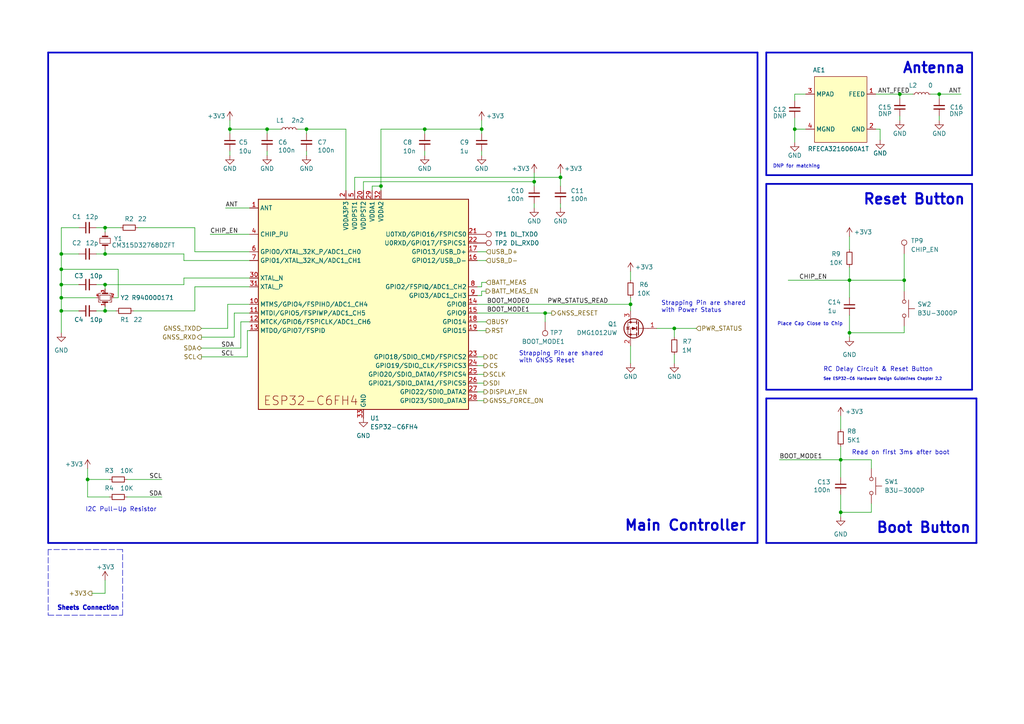
<source format=kicad_sch>
(kicad_sch (version 20231120) (generator "eeschema") (generator_version "8.0")
  (paper "A4")
  (title_block (title "Main Controller") (date "2024-04-06") (rev "5") (company "Teapot Laboratories"))
  (junction (at 17.78 90.17))
  (junction (at 139.7 37.465))
  (junction (at 88.9 37.465))
  (junction (at 17.78 86.36))
  (junction (at 272.415 27.305))
  (junction (at 158.115 90.805))
  (junction (at 262.255 81.28))
  (junction (at 30.48 82.55))
  (junction (at 195.58 95.25))
  (junction (at 17.78 82.55))
  (junction (at 243.84 148.59))
  (junction (at 182.88 88.265))
  (junction (at 25.4 139.065))
  (junction (at 30.48 90.17))
  (junction (at 17.78 78.105))
  (junction (at 110.49 53.975))
  (junction (at 123.19 37.465))
  (junction (at 162.56 51.435))
  (junction (at 246.38 81.28))
  (junction (at 30.48 66.04))
  (junction (at 154.94 52.705))
  (junction (at 230.505 37.465))
  (junction (at 246.38 96.52))
  (junction (at 243.84 133.35))
  (junction (at 17.78 73.66))
  (junction (at 30.48 73.66))
  (junction (at 77.47 37.465))
  (junction (at 260.985 27.305))
  (junction (at 66.675 37.465))
  (wire (pts (xy 139.7 85.725) (xy 138.43 85.725)))
  (wire (pts (xy 243.84 133.35) (xy 243.84 138.43)))
  (wire (pts (xy 31.75 144.145) (xy 25.4 144.145)))
  (wire (pts (xy 30.48 82.55) (xy 30.48 83.82)))
  (polyline (pts (xy 281.94 53.34) (xy 222.25 53.34)) (stroke (width 0.5)))
  (wire (pts (xy 139.7 84.455) (xy 139.7 85.725)))
  (wire (pts (xy 65.405 60.325) (xy 72.39 60.325)))
  (wire (pts (xy 110.49 53.975) (xy 110.49 55.245)))
  (wire (pts (xy 72.39 83.185) (xy 56.515 83.185)))
  (wire (pts (xy 182.88 100.33) (xy 182.88 105.41)))
  (polyline (pts (xy 281.94 113.03) (xy 222.25 113.03)) (stroke (width 0.5)))
  (wire (pts (xy 139.7 83.185) (xy 138.43 83.185)))
  (wire (pts (xy 30.48 172.085) (xy 26.67 172.085)))
  (wire (pts (xy 138.43 93.345) (xy 140.97 93.345)))
  (polyline (pts (xy 283.21 157.48) (xy 222.25 157.48)) (stroke (width 0.5)))
  (polyline (pts (xy 219.71 157.48) (xy 219.71 15.24)) (stroke (width 0.5)))
  (wire (pts (xy 154.94 50.165) (xy 154.94 52.705)))
  (wire (pts (xy 272.415 33.655) (xy 272.415 34.925)))
  (wire (pts (xy 252.73 148.59) (xy 243.84 148.59)))
  (wire (pts (xy 58.42 103.505) (xy 71.755 103.505)))
  (wire (pts (xy 77.47 43.815) (xy 77.47 45.085)))
  (wire (pts (xy 139.7 84.455) (xy 140.97 84.455)))
  (wire (pts (xy 105.41 55.245) (xy 105.41 52.705)))
  (wire (pts (xy 260.985 27.305) (xy 264.795 27.305)))
  (wire (pts (xy 88.9 37.465) (xy 88.9 38.735)))
  (wire (pts (xy 30.48 82.55) (xy 53.34 82.55)))
  (wire (pts (xy 269.875 27.305) (xy 272.415 27.305)))
  (wire (pts (xy 17.78 73.66) (xy 17.78 78.105)))
  (wire (pts (xy 139.7 37.465) (xy 139.7 38.735)))
  (wire (pts (xy 138.43 90.805) (xy 158.115 90.805)))
  (wire (pts (xy 195.58 95.25) (xy 190.5 95.25)))
  (wire (pts (xy 138.43 103.505) (xy 140.335 103.505)))
  (wire (pts (xy 260.985 28.575) (xy 260.985 27.305)))
  (wire (pts (xy 246.38 81.28) (xy 262.255 81.28)))
  (polyline (pts (xy 13.97 159.385) (xy 13.97 178.435)) (stroke (width 0) (type dash)))
  (polyline (pts (xy 281.94 15.24) (xy 281.94 50.8)) (stroke (width 0.5)))
  (wire (pts (xy 58.42 100.965) (xy 69.85 100.965)))
  (wire (pts (xy 66.675 34.925) (xy 66.675 37.465)))
  (wire (pts (xy 34.29 78.105) (xy 17.78 78.105)))
  (polyline (pts (xy 222.25 53.34) (xy 222.25 113.03)) (stroke (width 0.5)))
  (wire (pts (xy 230.505 27.305) (xy 230.505 29.21)))
  (polyline (pts (xy 222.25 115.57) (xy 283.21 115.57)) (stroke (width 0.5)))
  (wire (pts (xy 17.78 86.36) (xy 27.94 86.36)))
  (wire (pts (xy 66.04 88.265) (xy 66.04 95.25)))
  (wire (pts (xy 138.43 95.885) (xy 140.97 95.885)))
  (wire (pts (xy 66.675 37.465) (xy 77.47 37.465)))
  (polyline (pts (xy 222.25 15.24) (xy 281.94 15.24)) (stroke (width 0.5)))
  (wire (pts (xy 230.505 37.465) (xy 230.505 41.275)))
  (wire (pts (xy 17.78 66.04) (xy 22.86 66.04)))
  (wire (pts (xy 36.83 144.145) (xy 46.99 144.145)))
  (wire (pts (xy 107.95 55.245) (xy 107.95 53.975)))
  (wire (pts (xy 272.415 27.305) (xy 278.765 27.305)))
  (wire (pts (xy 58.42 97.79) (xy 67.945 97.79)))
  (wire (pts (xy 30.48 72.39) (xy 30.48 73.66)))
  (wire (pts (xy 66.675 37.465) (xy 66.675 38.735)))
  (wire (pts (xy 17.78 82.55) (xy 22.86 82.55)))
  (wire (pts (xy 138.43 108.585) (xy 140.335 108.585)))
  (wire (pts (xy 53.34 75.565) (xy 53.34 73.66)))
  (wire (pts (xy 88.9 43.815) (xy 88.9 45.085)))
  (wire (pts (xy 246.38 96.52) (xy 262.255 96.52)))
  (wire (pts (xy 195.58 95.25) (xy 201.93 95.25)))
  (wire (pts (xy 30.48 90.17) (xy 27.94 90.17)))
  (wire (pts (xy 262.255 73.66) (xy 262.255 81.28)))
  (wire (pts (xy 25.4 139.065) (xy 25.4 135.89)))
  (polyline (pts (xy 281.94 50.8) (xy 222.25 50.8)) (stroke (width 0.5)))
  (wire (pts (xy 254 37.465) (xy 255.27 37.465)))
  (wire (pts (xy 246.38 81.28) (xy 246.38 86.36)))
  (wire (pts (xy 110.49 37.465) (xy 110.49 53.975)))
  (wire (pts (xy 60.96 67.945) (xy 72.39 67.945)))
  (wire (pts (xy 246.38 96.52) (xy 246.38 97.79)))
  (wire (pts (xy 33.02 86.36) (xy 34.29 86.36)))
  (wire (pts (xy 195.58 95.25) (xy 195.58 97.79)))
  (wire (pts (xy 72.39 73.025) (xy 56.515 73.025)))
  (wire (pts (xy 102.87 51.435) (xy 162.56 51.435)))
  (wire (pts (xy 138.43 75.565) (xy 140.97 75.565)))
  (wire (pts (xy 30.48 73.66) (xy 27.94 73.66)))
  (polyline (pts (xy 13.97 15.24) (xy 13.97 157.48)) (stroke (width 0.5)))
  (wire (pts (xy 105.41 52.705) (xy 154.94 52.705)))
  (wire (pts (xy 246.38 81.28) (xy 246.38 77.47)))
  (wire (pts (xy 100.33 37.465) (xy 88.9 37.465)))
  (wire (pts (xy 154.94 59.055) (xy 154.94 60.325)))
  (wire (pts (xy 72.39 88.265) (xy 66.04 88.265)))
  (wire (pts (xy 123.19 37.465) (xy 123.19 38.735)))
  (wire (pts (xy 260.985 33.655) (xy 260.985 34.925)))
  (polyline (pts (xy 35.56 178.435) (xy 35.56 159.385)) (stroke (width 0) (type dash)))
  (wire (pts (xy 243.84 143.51) (xy 243.84 148.59)))
  (wire (pts (xy 162.56 59.055) (xy 162.56 60.325)))
  (wire (pts (xy 72.39 75.565) (xy 53.34 75.565)))
  (wire (pts (xy 30.48 66.04) (xy 30.48 67.31)))
  (wire (pts (xy 77.47 37.465) (xy 81.28 37.465)))
  (wire (pts (xy 17.78 82.55) (xy 17.78 86.36)))
  (wire (pts (xy 17.78 73.66) (xy 22.86 73.66)))
  (wire (pts (xy 30.48 66.04) (xy 34.925 66.04)))
  (wire (pts (xy 71.755 103.505) (xy 71.755 95.885)))
  (polyline (pts (xy 283.21 115.57) (xy 283.21 157.48)) (stroke (width 0.5)))
  (polyline (pts (xy 222.25 115.57) (xy 222.25 157.48)) (stroke (width 0.5)))
  (wire (pts (xy 30.48 168.275) (xy 30.48 172.085)))
  (wire (pts (xy 162.56 51.435) (xy 162.56 53.975)))
  (wire (pts (xy 139.7 34.925) (xy 139.7 37.465)))
  (wire (pts (xy 66.675 43.815) (xy 66.675 45.085)))
  (wire (pts (xy 272.415 27.305) (xy 272.415 28.575)))
  (wire (pts (xy 262.255 94.615) (xy 262.255 96.52)))
  (wire (pts (xy 38.735 90.17) (xy 56.515 90.17)))
  (wire (pts (xy 110.49 37.465) (xy 123.19 37.465)))
  (wire (pts (xy 102.87 55.245) (xy 102.87 51.435)))
  (wire (pts (xy 36.83 139.065) (xy 46.99 139.065)))
  (wire (pts (xy 246.38 68.58) (xy 246.38 72.39)))
  (wire (pts (xy 66.04 95.25) (xy 58.42 95.25)))
  (wire (pts (xy 230.505 37.465) (xy 230.505 34.29)))
  (polyline (pts (xy 222.25 15.24) (xy 222.25 50.8)) (stroke (width 0.5)))
  (wire (pts (xy 228.6 81.28) (xy 246.38 81.28)))
  (wire (pts (xy 69.85 93.345) (xy 72.39 93.345)))
  (wire (pts (xy 182.88 88.265) (xy 182.88 90.17)))
  (wire (pts (xy 71.755 95.885) (xy 72.39 95.885)))
  (wire (pts (xy 233.68 27.305) (xy 230.505 27.305)))
  (wire (pts (xy 138.43 111.125) (xy 140.335 111.125)))
  (wire (pts (xy 139.7 81.915) (xy 140.97 81.915)))
  (wire (pts (xy 182.88 86.36) (xy 182.88 88.265)))
  (wire (pts (xy 30.48 82.55) (xy 27.94 82.55)))
  (wire (pts (xy 226.06 133.35) (xy 243.84 133.35)))
  (wire (pts (xy 243.84 133.35) (xy 243.84 129.54)))
  (wire (pts (xy 86.36 37.465) (xy 88.9 37.465)))
  (wire (pts (xy 154.94 52.705) (xy 154.94 53.975)))
  (wire (pts (xy 77.47 38.735) (xy 77.47 37.465)))
  (wire (pts (xy 138.43 106.045) (xy 140.335 106.045)))
  (polyline (pts (xy 13.97 157.48) (xy 219.71 157.48)) (stroke (width 0.5)))
  (wire (pts (xy 56.515 83.185) (xy 56.515 90.17)))
  (wire (pts (xy 30.48 73.66) (xy 53.34 73.66)))
  (wire (pts (xy 158.115 90.805) (xy 158.115 93.345)))
  (wire (pts (xy 138.43 113.665) (xy 140.335 113.665)))
  (wire (pts (xy 17.78 66.04) (xy 17.78 73.66)))
  (wire (pts (xy 17.78 86.36) (xy 17.78 90.17)))
  (wire (pts (xy 72.39 80.645) (xy 53.34 80.645)))
  (polyline (pts (xy 281.94 53.34) (xy 281.94 113.03)) (stroke (width 0.5)))
  (wire (pts (xy 139.7 43.815) (xy 139.7 45.085)))
  (wire (pts (xy 25.4 144.145) (xy 25.4 139.065)))
  (wire (pts (xy 67.945 97.79) (xy 67.945 90.805)))
  (wire (pts (xy 40.005 66.04) (xy 56.515 66.04)))
  (wire (pts (xy 252.73 133.35) (xy 252.73 135.89)))
  (wire (pts (xy 107.95 53.975) (xy 110.49 53.975)))
  (wire (pts (xy 34.29 86.36) (xy 34.29 78.105)))
  (wire (pts (xy 252.73 146.05) (xy 252.73 148.59)))
  (wire (pts (xy 260.985 27.305) (xy 254 27.305)))
  (wire (pts (xy 27.94 66.04) (xy 30.48 66.04)))
  (wire (pts (xy 30.48 90.17) (xy 33.655 90.17)))
  (wire (pts (xy 138.43 88.265) (xy 182.88 88.265)))
  (wire (pts (xy 17.78 78.105) (xy 17.78 82.55)))
  (wire (pts (xy 138.43 116.205) (xy 140.335 116.205)))
  (wire (pts (xy 17.78 90.17) (xy 22.86 90.17)))
  (wire (pts (xy 243.84 133.35) (xy 252.73 133.35)))
  (wire (pts (xy 56.515 73.025) (xy 56.515 66.04)))
  (wire (pts (xy 246.38 91.44) (xy 246.38 96.52)))
  (wire (pts (xy 138.43 73.025) (xy 140.97 73.025)))
  (wire (pts (xy 17.78 90.17) (xy 17.78 96.52)))
  (wire (pts (xy 195.58 102.87) (xy 195.58 105.41)))
  (wire (pts (xy 69.85 100.965) (xy 69.85 93.345)))
  (wire (pts (xy 182.88 78.74) (xy 182.88 81.28)))
  (wire (pts (xy 67.945 90.805) (xy 72.39 90.805)))
  (wire (pts (xy 139.7 37.465) (xy 123.19 37.465)))
  (wire (pts (xy 25.4 139.065) (xy 31.75 139.065)))
  (wire (pts (xy 262.255 81.28) (xy 262.255 84.455)))
  (wire (pts (xy 53.34 80.645) (xy 53.34 82.55)))
  (polyline (pts (xy 13.97 178.435) (xy 35.56 178.435)) (stroke (width 0) (type dash)))
  (polyline (pts (xy 35.56 159.385) (xy 13.97 159.385)) (stroke (width 0) (type dash)))
  (wire (pts (xy 100.33 37.465) (xy 100.33 55.245)))
  (wire (pts (xy 243.84 148.59) (xy 243.84 149.86)))
  (wire (pts (xy 139.7 81.915) (xy 139.7 83.185)))
  (wire (pts (xy 243.84 120.65) (xy 243.84 124.46)))
  (wire (pts (xy 123.19 43.815) (xy 123.19 45.085)))
  (wire (pts (xy 233.68 37.465) (xy 230.505 37.465)))
  (wire (pts (xy 158.115 90.805) (xy 160.02 90.805)))
  (polyline (pts (xy 219.71 15.24) (xy 13.97 15.24)) (stroke (width 0.5)))
  (wire (pts (xy 255.27 37.465) (xy 255.27 40.64)))
  (wire (pts (xy 30.48 88.9) (xy 30.48 90.17)))
  (wire (pts (xy 162.56 51.435) (xy 162.56 50.165)))
  (text "Place Cap Close to Chip" (at 244.475 94.615 0) (effects (font (size 1 1)) (justify right bottom)))
  (text "Reset Button" (at 250.19 59.69 0) (effects (font (size 3 3) (thickness 0.6) (bold yes)) (justify left bottom)))
  (text "Antenna" (at 261.62 21.59 0) (effects (font (size 3 3) (thickness 0.6) (bold yes)) (justify left bottom)))
  (text "DNP for matching" (at 224.155 48.895 0) (effects (font (size 1 1)) (justify left bottom)))
  (text "Main Controller" (at 180.975 154.305 0) (effects (font (size 3 3) (thickness 0.6) (bold yes)) (justify left bottom)))
  (text "Sheets Connection" (at 16.51 177.165 0) (effects (font (size 1.27 1.27) (thickness 0.6) (bold yes)) (justify left bottom)))
  (text "Boot Button" (at 254 154.94 0) (effects (font (size 3 3) (thickness 0.6) (bold yes)) (justify left bottom)))
  (text "See ESP32-C6 Hardware Design Guidelines Chapter 2.2" (at 238.76 110.49 0) (effects (font (size 0.8 0.8)) (justify left bottom)))
  (text "RC Delay Circuit & Reset Button" (at 238.76 107.95 0) (effects (font (size 1.27 1.27)) (justify left bottom)))
  (text "Read on first 3ms after boot" (at 247.015 132.08 0) (effects (font (size 1.27 1.27)) (justify left bottom)))
  (text "I2C Pull-Up Resistor" (at 24.765 148.59 0) (effects (font (size 1.27 1.27)) (justify left bottom)))
  (text "Strapping Pin are shared \nwith Power Status" (at 191.77 90.805 0) (effects (font (size 1.27 1.27)) (justify left bottom)))
  (text "Strapping Pin are shared \nwith GNSS Reset" (at 150.495 105.41 0) (effects (font (size 1.27 1.27)) (justify left bottom)))
  (label "CHIP_EN" (at 60.96 67.945 0))
  (label "ANT" (at 278.765 27.305 180))
  (label "ANT" (at 65.405 60.325 0))
  (label "BOOT_MODE1" (at 153.67 90.805 180))
  (label "SDA" (at 46.99 144.145 180))
  (label "SCL" (at 46.99 139.065 180))
  (label "ANT_FEED" (at 254.635 27.305 0))
  (label "PWR_STATUS_READ" (at 158.75 88.265 0))
  (label "BOOT_MODE1" (at 226.06 133.35 0))
  (label "SCL" (at 64.135 103.505 0))
  (label "BOOT_MODE0" (at 153.67 88.265 180))
  (label "CHIP_EN" (at 231.775 81.28 0))
  (label "SDA" (at 64.135 100.965 0))
  (hierarchical_label "SDA" (shape bidirectional) (at 58.42 100.965 180))
  (hierarchical_label "GNSS_RESET" (shape output) (at 160.02 90.805 0))
  (hierarchical_label "BATT_MEAS" (shape input) (at 140.97 81.915 0))
  (hierarchical_label "GNSS_RXD" (shape output) (at 58.42 97.79 180))
  (hierarchical_label "PWR_STATUS" (shape input) (at 201.93 95.25 0))
  (hierarchical_label "BATT_MEAS_EN" (shape output) (at 140.97 84.455 0))
  (hierarchical_label "USB_D+" (shape input) (at 140.97 73.025 0))
  (hierarchical_label "GNSS_FORCE_ON" (shape output) (at 140.335 116.205 0))
  (hierarchical_label "SCL" (shape output) (at 58.42 103.505 180))
  (hierarchical_label "DC" (shape output) (at 140.335 103.505 0))
  (hierarchical_label "SCLK" (shape output) (at 140.335 108.585 0))
  (hierarchical_label "DISPLAY_EN" (shape output) (at 140.335 113.665 0))
  (hierarchical_label "RST" (shape output) (at 140.97 95.885 0))
  (hierarchical_label "USB_D-" (shape input) (at 140.97 75.565 0))
  (hierarchical_label "CS" (shape output) (at 140.335 106.045 0))
  (hierarchical_label "+3V3" (shape output) (at 26.67 172.085 180))
  (hierarchical_label "GNSS_TXD" (shape input) (at 58.42 95.25 180))
  (hierarchical_label "SDI" (shape output) (at 140.335 111.125 0))
  (hierarchical_label "BUSY" (shape input) (at 140.97 93.345 0))
  (symbol (lib_id "power:+3V3") (at 139.7 34.925 0) (mirror y) (unit 1)
    (property "Reference" "#PWR013" (effects (hide yes)))
    (property "Value" "+3V3" (at 140.97 33.655 0) (effects (justify right)))
    (instances (project "atlas" (path "" (reference "#PWR013") (unit 1))) (project "bwlr1e" (path "" (reference "#PWR0134") (unit 1))))
  )
  (symbol (lib_id "power:GND") (at 272.415 34.925 0) (unit 1)
    (property "Reference" "#PWR029" (effects (hide yes)))
    (property "Value" "GND" (at 272.415 38.735 0))
    (instances (project "atlas" (path "" (reference "#PWR029") (unit 1))) (project "bwlr1e" (path "" (reference "#PWR013") (unit 1))))
  )
  (symbol (lib_id "Device:C_Small") (at 260.985 31.115 180) (unit 1)
    (property "Reference" "C15" (at 254.635 31.115 0) (effects (justify right)))
    (property "Value" "DNP" (at 254.635 33.02 0) (effects (justify right)))
    (property "Footprint" "Capacitor_SMD:C_0402_1005Metric" (effects (hide yes)))
    (instances (project "atlas" (path "" (reference "C15") (unit 1))) (project "bwlr1e" (path "" (reference "C8") (unit 1))))
  )
  (symbol (lib_id "Device:R_Small") (at 195.58 100.33 0) (mirror y) (unit 1)
    (property "Reference" "R7" (at 200.66 99.06 0) (effects (justify left)))
    (property "Value" "1M" (at 200.66 101.6 0) (effects (justify left)))
    (property "Footprint" "Resistor_SMD:R_0402_1005Metric" (effects (hide yes)))
    (property "Datasheet" "https://datasheet.lcsc.com/lcsc/2206010030_UNI-ROYAL-Uniroyal-Elec-0402WGF1004TCE_C26083.pdf" (effects (hide yes)))
    (property "Part Description" "Resistor 62.5mW ±1% 1MΩ" (effects (hide yes)))
    (property "Manufacturer" "UNI-ROYAL(Uniroyal Elec)" (effects (hide yes)))
    (property "Manufacturer Part Number" "0402WGF1004TCE" (effects (hide yes)))
    (property "Distributor" "LCSC" (effects (hide yes)))
    (property "Distributor Part Number" "C26083" (effects (hide yes)))
    (property "Distributor Link" "https://www.lcsc.com/product-detail/Chip-Resistor-Surface-Mount_UNI-ROYAL-Uniroyal-Elec-0402WGF1004TCE_C26083.html" (effects (hide yes)))
    (instances (project "atlas" (path "" (reference "R7") (unit 1))) (project "bwlr1e" (path "" (reference "R8") (unit 1))))
  )
  (symbol (lib_id "Device:R_Small") (at 243.84 127 180) (unit 1)
    (property "Reference" "R8" (at 247.015 125.095 0))
    (property "Value" "5K1" (at 247.65 127.635 0))
    (property "Footprint" "Resistor_SMD:R_0402_1005Metric" (effects (hide yes)))
    (property "Datasheet" "https://datasheet.lcsc.com/lcsc/2206010045_UNI-ROYAL-Uniroyal-Elec-0402WGF5101TCE_C25905.pdf" (effects (hide yes)))
    (property "Part Description" "Resistor 62.5mW ±1% 5.1kΩ" (effects (hide yes)))
    (property "Manufacturer" "UNI-ROYAL(Uniroyal Elec)" (effects (hide yes)))
    (property "Manufacturer Part Number" "0402WGF5101TCE" (effects (hide yes)))
    (property "Distributor" "LCSC" (effects (hide yes)))
    (property "Distributor Part Number" "C25905" (effects (hide yes)))
    (property "Distributor Link" "https://www.lcsc.com/product-detail/Chip-Resistor-Surface-Mount_UNI-ROYAL-Uniroyal-Elec-0402WGF5101TCE_C25905.html" (effects (hide yes)))
    (instances (project "atlas" (path "" (reference "R8") (unit 1))) (project "bwlr1e-prog" (path "" (reference "R5") (unit 1))) (project "feather_rak3172" (path "" (reference "R3") (unit 1))))
  )
  (symbol (lib_id "Device:Crystal_GND24_Small") (at 30.48 86.36 90) (unit 1)
    (property "Reference" "Y2" (at 34.925 86.36 90) (effects (justify right)))
    (property "Value" "R940000171" (at 38.1 86.36 90) (effects (justify right)))
    (property "Footprint" "atlas:Crystal_SMD_2016-4Pin_2.0x1.6mm" (effects (hide yes)))
    (property "Datasheet" "https://datasheet.lcsc.com/lcsc/2201121400_TROQ-R940000171_C2929402.pdf" (effects (hide yes)))
    (property "Part Description" "Crystals 40MHz 9pF ±10ppm" (effects (hide yes)))
    (property "Manufacturer" "TROQ" (effects (hide yes)))
    (property "Manufacturer Part Number" "R940000171" (effects (hide yes)))
    (property "Distributor" "LCSC" (effects (hide yes)))
    (property "Distributor Part Number" "C2929402" (effects (hide yes)))
    (property "Distributor Link" "https://www.lcsc.com/product-detail/Crystals_TROQ-R940000171_C2929402.html" (effects (hide yes)))
  )
  (symbol (lib_id "power:+3V3") (at 243.84 120.65 0) (mirror y) (unit 1)
    (property "Reference" "#PWR023" (effects (hide yes)))
    (property "Value" "+3V3" (at 245.11 119.38 0) (effects (justify right)))
    (instances (project "atlas" (path "" (reference "#PWR023") (unit 1))) (project "bwlr1e" (path "" (reference "#PWR0115") (unit 1))))
  )
  (symbol (lib_id "power:GND") (at 105.41 121.285 0) (unit 1)
    (property "Reference" "#PWR011" (effects (hide yes)))
    (property "Value" "GND" (at 105.41 126.365 0))
    (instances (project "atlas" (path "" (reference "#PWR011") (unit 1))) (project "bwlr1e" (path "" (reference "#PWR08") (unit 1))))
  )
  (symbol (lib_id "Device:R_Small") (at 37.465 66.04 270) (unit 1)
    (property "Reference" "R2" (at 37.465 63.5 90))
    (property "Value" "22" (at 41.275 63.5 90))
    (property "Footprint" "Resistor_SMD:R_0402_1005Metric" (effects (hide yes)))
    (property "Datasheet" "https://datasheet.lcsc.com/lcsc/2205311900_UNI-ROYAL-Uniroyal-Elec-0402WGF220JTCE_C25092.pdf" (effects (hide yes)))
    (property "Part Description" "Resistor 62.5mW ±1% 22Ω" (effects (hide yes)))
    (property "Manufacturer" "UNI-ROYAL(Uniroyal Elec)" (effects (hide yes)))
    (property "Manufacturer Part Number" "0402WGF220JTCE" (effects (hide yes)))
    (property "Distributor" "LCSC" (effects (hide yes)))
    (property "Distributor Part Number" "C25092" (effects (hide yes)))
    (property "Distributor Link" "https://www.lcsc.com/product-detail/Chip-span-style-background-color-ff0-Resistor-span-Surface-Mount_UNI-ROYAL-Uniroyal-Elec-0402WGF220JTCE_C25092.html" (effects (hide yes)))
  )
  (symbol (lib_id "Device:R_Small") (at 182.88 83.82 0) (unit 1)
    (property "Reference" "R6" (at 185.42 82.55 0) (effects (justify left)))
    (property "Value" "10K" (at 184.785 85.09 0) (effects (justify left)))
    (property "Footprint" "Resistor_SMD:R_0402_1005Metric" (effects (hide yes)))
    (property "Datasheet" "https://datasheet.lcsc.com/lcsc/2206010100_UNI-ROYAL-Uniroyal-Elec-0402WGF1002TCE_C25744.pdf" (effects (hide yes)))
    (property "Part Description" "Resistors 62.5mW ±1% 10kΩ" (effects (hide yes)))
    (property "Manufacturer" "UNI-ROYAL(Uniroyal Elec)" (effects (hide yes)))
    (property "Manufacturer Part Number" "0402WGF1002TCE" (effects (hide yes)))
    (property "Distributor" "LCSC" (effects (hide yes)))
    (property "Distributor Part Number" "C25744" (effects (hide yes)))
    (property "Distributor Link" "https://www.lcsc.com/product-detail/Chip-Resistor-Surface-Mount_UNI-ROYAL-Uniroyal-Elec-0402WGF1002TCE_C25744.html" (effects (hide yes)))
  )
  (symbol (lib_id "power:+3V3") (at 162.56 50.165 0) (unit 1)
    (property "Reference" "#PWR018" (effects (hide yes)))
    (property "Value" "+3V3" (at 168.91 48.895 0) (effects (justify right)))
    (instances (project "atlas" (path "" (reference "#PWR018") (unit 1))) (project "bwlr1e" (path "" (reference "#PWR0134") (unit 1))))
  )
  (symbol (lib_id "Device:C_Small") (at 66.675 41.275 0) (unit 1)
    (property "Reference" "C5" (at 69.215 41.275 0) (effects (justify left)))
    (property "Value" "10u" (at 69.215 43.815 0) (effects (justify left)))
    (property "Footprint" "Capacitor_SMD:C_0603_1608Metric" (effects (hide yes)))
    (property "Datasheet" "https://datasheet.lcsc.com/lcsc/2304140030_Samsung-Electro-Mechanics-CL10A106KP8NNNC_C19702.pdf" (effects (hide yes)))
    (property "Part Description" "Ceramic Capacitor 10V 10uF X5R ±10% 0603" (effects (hide yes)))
    (property "Manufacturer" "Samsung Electro-Mechanics" (effects (hide yes)))
    (property "Manufacturer Part Number" "CL10A106KP8NNNC" (effects (hide yes)))
    (property "Distributor" "LCSC" (effects (hide yes)))
    (property "Distributor Part Number" "C19702" (effects (hide yes)))
    (property "Distributor Link" "https://www.lcsc.com/product-detail/Multilayer-Ceramic-Capacitors-MLCC-SMD-SMT_Samsung-Electro-Mechanics-CL10A106KP8NNNC_C19702.html" (effects (hide yes)))
    (instances (project "atlas" (path "" (reference "C5") (unit 1))) (project "bwlr1e-prog" (path "" (reference "C3") (unit 1))) (project "feather_rak3172" (path "" (reference "C6") (unit 1))))
  )
  (symbol (lib_id "Device:C_Small") (at 246.38 88.9 0) (unit 1)
    (property "Reference" "C14" (at 240.03 87.63 0) (effects (justify left)))
    (property "Value" "1u" (at 240.03 90.17 0) (effects (justify left)))
    (property "Footprint" "Capacitor_SMD:C_0402_1005Metric" (effects (hide yes)))
    (property "Datasheet" "https://datasheet.lcsc.com/lcsc/2005261833_Murata-Electronics-GRM155Z71A105KE01D_C528974.pdf" (effects (hide yes)))
    (property "Part Description" "Ceramic Capacitors 10V 1uF X7R ±10%" (effects (hide yes)))
    (property "Manufacturer" "Murata Electronics" (effects (hide yes)))
    (property "Manufacturer Part Number" "GRM155Z71A105KE01D" (effects (hide yes)))
    (property "Distributor" "LCSC" (effects (hide yes)))
    (property "Distributor Part Number" "C528974" (effects (hide yes)))
    (property "Distributor Link" "https://www.lcsc.com/product-detail/Multilayer-Ceramic-Capacitors-MLCC-SMD-SMT_Murata-Electronics-GRM155Z71A105KE01D_C528974.html" (effects (hide yes)))
  )
  (symbol (lib_id "power:GND") (at 255.27 40.64 0) (unit 1)
    (property "Reference" "#PWR025" (effects (hide yes)))
    (property "Value" "GND" (at 255.27 44.45 0))
    (instances (project "atlas" (path "" (reference "#PWR025") (unit 1))) (project "bwlr1e" (path "" (reference "#PWR013") (unit 1))))
  )
  (symbol (lib_id "atlas:RFECA3216060A1T") (at 243.84 29.845 0) (mirror y) (unit 1)
    (property "Reference" "AE1" (at 239.395 20.32 0) (effects (justify left)))
    (property "Value" "RFECA3216060A1T" (at 252.095 43.18 0) (effects (justify left)))
    (property "Footprint" "atlas:RFECA3216060A1T" (effects (hide yes)))
    (property "Datasheet" "http://www.passivecomponent.com/wp-content/uploads/2018/10/ASC_RFECA3216060A1T_V09.pdf" (effects (hide yes)))
    (property "Part Description" "Chip RF Antenna 2.4GHz  2dBi" (effects (hide yes)))
    (property "Manufacturer" "Walsin Technology Corporation" (effects (hide yes)))
    (property "Manufacturer Part Number" "RFECA3216060A1T" (effects (hide yes)))
    (property "Distributor" "Digikey" (effects (hide yes)))
    (property "Distributor Part Number" "1292-1035-1-ND" (effects (hide yes)))
    (property "Distributor Link" "https://www.digikey.com/en/products/detail/walsin-technology-corporation/RFECA3216060A1T/3877063" (effects (hide yes)))
  )
  (symbol (lib_id "power:GND") (at 195.58 105.41 0) (mirror y) (unit 1)
    (property "Reference" "#PWR022" (effects (hide yes)))
    (property "Value" "GND" (at 195.58 109.22 0))
    (instances (project "atlas" (path "" (reference "#PWR022") (unit 1))) (project "bwlr1e" (path "" (reference "#PWR0112") (unit 1))))
  )
  (symbol (lib_id "Device:R_Small") (at 246.38 74.93 0) (mirror y) (unit 1)
    (property "Reference" "R9" (at 243.84 73.66 0) (effects (justify left)))
    (property "Value" "10K" (at 244.475 76.2 0) (effects (justify left)))
    (property "Footprint" "Resistor_SMD:R_0402_1005Metric" (effects (hide yes)))
    (property "Datasheet" "https://datasheet.lcsc.com/lcsc/2206010100_UNI-ROYAL-Uniroyal-Elec-0402WGF1002TCE_C25744.pdf" (effects (hide yes)))
    (property "Part Description" "Resistors 62.5mW ±1% 10kΩ" (effects (hide yes)))
    (property "Manufacturer" "UNI-ROYAL(Uniroyal Elec)" (effects (hide yes)))
    (property "Manufacturer Part Number" "0402WGF1002TCE" (effects (hide yes)))
    (property "Distributor" "LCSC" (effects (hide yes)))
    (property "Distributor Part Number" "C25744" (effects (hide yes)))
    (property "Distributor Link" "https://www.lcsc.com/product-detail/Chip-Resistor-Surface-Mount_UNI-ROYAL-Uniroyal-Elec-0402WGF1002TCE_C25744.html" (effects (hide yes)))
    (instances (project "atlas" (path "" (reference "R9") (unit 1))) (project "bwlr3d" (path "" (reference "R6") (unit 1))))
  )
  (symbol (lib_id "Device:C_Small") (at 25.4 90.17 90) (mirror x) (unit 1)
    (property "Reference" "C4" (at 22.86 92.71 90))
    (property "Value" "10p" (at 27.94 92.71 90))
    (property "Footprint" "Capacitor_SMD:C_0402_1005Metric" (effects (hide yes)))
    (property "Datasheet" "https://datasheet.lcsc.com/lcsc/1811081522_Murata-Electronics-GRM1555C1H100FA01D_C161520.pdf" (effects (hide yes)))
    (property "Part Description" "Ceramic Capacitors 50V 10pF C0G ±1%" (effects (hide yes)))
    (property "Manufacturer" "Murata Electronics" (effects (hide yes)))
    (property "Manufacturer Part Number" "GRM1555C1H100FA01D" (effects (hide yes)))
    (property "Distributor" "LCSC" (effects (hide yes)))
    (property "Distributor Part Number" "C161520" (effects (hide yes)))
    (property "Distributor Link" "https://www.lcsc.com/product-detail/Multilayer-Ceramic-Capacitors-MLCC-SMD-SMT_Murata-Electronics-GRM1555C1H100FA01D_C161520.html" (effects (hide yes)))
  )
  (symbol (lib_id "Device:C_Small") (at 88.9 41.275 0) (unit 1)
    (property "Reference" "C7" (at 92.075 41.275 0) (effects (justify left)))
    (property "Value" "100n" (at 92.075 43.5864 0) (effects (justify left)))
    (property "Footprint" "Capacitor_SMD:C_0402_1005Metric" (effects (hide yes)))
    (property "Datasheet" "https://datasheet.lcsc.com/lcsc/2304140030_Samsung-Electro-Mechanics-CL05B104KO5NNNC_C1525.pdf" (effects (hide yes)))
    (property "Part Description" "Ceramic Capacitor 16V 100nF X7R ±10%" (effects (hide yes)))
    (property "Manufacturer" "Samsung Electro-Mechanics" (effects (hide yes)))
    (property "Manufacturer Part Number" "CL05B104KO5NNNC" (effects (hide yes)))
    (property "Distributor" "LCSC" (effects (hide yes)))
    (property "Distributor Part Number" "C1525" (effects (hide yes)))
    (property "Distributor Link" "https://www.lcsc.com/product-detail/Multilayer-Ceramic-Capacitors-MLCC-SMD-SMT_Samsung-Electro-Mechanics-CL05B104KO5NNNC_C1525.html" (effects (hide yes)))
    (instances (project "atlas" (path "" (reference "C7") (unit 1))) (project "bwlr1e-prog" (path "" (reference "C5") (unit 1))) (project "Penguino-STM32WL-LoRa-E5" (path "" (reference "C4") (unit 1))))
  )
  (symbol (lib_id "Device:L_Small") (at 83.82 37.465 90) (unit 1)
    (property "Reference" "L1" (at 81.28 34.925 90))
    (property "Value" "2n2" (at 86.36 34.925 90))
    (property "Footprint" "Inductor_SMD:L_0402_1005Metric" (effects (hide yes)))
    (property "Datasheet" "https://datasheet.lcsc.com/lcsc/2304140030_Murata-Electronics-LQW15AN2N2G80D_C412264.pdf" (effects (hide yes)))
    (property "Part Description" "Power Inductors 2.53A 2.2nH ±2%" (effects (hide yes)))
    (property "Manufacturer" "Murata Electronics" (effects (hide yes)))
    (property "Manufacturer Part Number" "LQW15AN2N2G80D" (effects (hide yes)))
    (property "Distributor" "LCSC" (effects (hide yes)))
    (property "Distributor Part Number" "C412264" (effects (hide yes)))
    (property "Distributor Link" "https://www.lcsc.com/product-detail/Power-Inductors_Murata-Electronics-LQW15AN2N2G80D_C412264.html" (effects (hide yes)))
    (instances (project "atlas" (path "" (reference "L1") (unit 1))) (project "bwlr1e" (path "" (reference "L3") (unit 1))))
  )
  (symbol (lib_id "power:GND") (at 17.78 96.52 0) (unit 1)
    (property "Reference" "#PWR04" (effects (hide yes)))
    (property "Value" "GND" (at 17.78 101.6 0))
    (instances (project "atlas" (path "" (reference "#PWR04") (unit 1))) (project "bwlr1e" (path "" (reference "#PWR08") (unit 1))))
  )
  (symbol (lib_id "power:GND") (at 77.47 45.085 0) (unit 1)
    (property "Reference" "#PWR09" (effects (hide yes)))
    (property "Value" "GND" (at 77.47 48.895 0))
    (instances (project "atlas" (path "" (reference "#PWR09") (unit 1))) (project "bwlr1e" (path "" (reference "#PWR013") (unit 1))))
  )
  (symbol (lib_id "Device:Crystal_Small") (at 30.48 69.85 90) (unit 1)
    (property "Reference" "Y1" (at 33.02 69.215 90) (effects (justify right)))
    (property "Value" "CM315D32768DZFT" (at 32.385 71.12 90) (effects (justify right)))
    (property "Footprint" "atlas:Crystal_SMD_3215-2Pin_3.2x1.5mm" (effects (hide yes)))
    (property "Datasheet" "https://datasheet.lcsc.com/lcsc/1810161213_CITIZEN-CM315D32768DZFT_C182057.pdf" (effects (hide yes)))
    (property "Part Description" "Crystals 32.768kHz 12.5pF ±20ppm" (effects (hide yes)))
    (property "Manufacturer" "CITIZEN" (effects (hide yes)))
    (property "Manufacturer Part Number" "CM315D32768DZFT" (effects (hide yes)))
    (property "Distributor" "LCSC" (effects (hide yes)))
    (property "Distributor Part Number" "C182057" (effects (hide yes)))
    (property "Distributor Link" "https://www.lcsc.com/product-detail/Crystals_CITIZEN-CM315D32768DZFT_C182057.html" (effects (hide yes)))
  )
  (symbol (lib_id "Device:C_Small") (at 77.47 41.275 0) (unit 1)
    (property "Reference" "C6" (at 80.645 41.275 0) (effects (justify left)))
    (property "Value" "100n" (at 80.645 43.5864 0) (effects (justify left)))
    (property "Footprint" "Capacitor_SMD:C_0402_1005Metric" (effects (hide yes)))
    (property "Datasheet" "https://datasheet.lcsc.com/lcsc/2304140030_Samsung-Electro-Mechanics-CL05B104KO5NNNC_C1525.pdf" (effects (hide yes)))
    (property "Part Description" "Ceramic Capacitor 16V 100nF X7R ±10%" (effects (hide yes)))
    (property "Manufacturer" "Samsung Electro-Mechanics" (effects (hide yes)))
    (property "Manufacturer Part Number" "CL05B104KO5NNNC" (effects (hide yes)))
    (property "Distributor" "LCSC" (effects (hide yes)))
    (property "Distributor Part Number" "C1525" (effects (hide yes)))
    (property "Distributor Link" "https://www.lcsc.com/product-detail/Multilayer-Ceramic-Capacitors-MLCC-SMD-SMT_Samsung-Electro-Mechanics-CL05B104KO5NNNC_C1525.html" (effects (hide yes)))
    (instances (project "atlas" (path "" (reference "C6") (unit 1))) (project "bwlr1e-prog" (path "" (reference "C5") (unit 1))) (project "Penguino-STM32WL-LoRa-E5" (path "" (reference "C4") (unit 1))))
  )
  (symbol (lib_id "Device:C_Small") (at 243.84 140.97 0) (mirror y) (unit 1)
    (property "Reference" "C13" (at 240.919 139.8016 0) (effects (justify left)))
    (property "Value" "100n" (at 240.919 142.113 0) (effects (justify left)))
    (property "Footprint" "Capacitor_SMD:C_0402_1005Metric" (effects (hide yes)))
    (property "Datasheet" "https://datasheet.lcsc.com/lcsc/2304140030_Samsung-Electro-Mechanics-CL05B104KO5NNNC_C1525.pdf" (effects (hide yes)))
    (property "Part Description" "Ceramic Capacitor 16V 100nF X7R ±10%" (effects (hide yes)))
    (property "Manufacturer" "Samsung Electro-Mechanics" (effects (hide yes)))
    (property "Manufacturer Part Number" "CL05B104KO5NNNC" (effects (hide yes)))
    (property "Distributor" "LCSC" (effects (hide yes)))
    (property "Distributor Part Number" "C1525" (effects (hide yes)))
    (property "Distributor Link" "https://www.lcsc.com/product-detail/Multilayer-Ceramic-Capacitors-MLCC-SMD-SMT_Samsung-Electro-Mechanics-CL05B104KO5NNNC_C1525.html" (effects (hide yes)))
    (instances (project "atlas" (path "" (reference "C13") (unit 1))) (project "bwlr1e-prog" (path "" (reference "C5") (unit 1))) (project "Penguino-STM32WL-LoRa-E5" (path "" (reference "C4") (unit 1))))
  )
  (symbol (lib_id "power:+3V3") (at 66.675 34.925 0) (unit 1)
    (property "Reference" "#PWR07" (effects (hide yes)))
    (property "Value" "+3V3" (at 65.405 33.655 0) (effects (justify right)))
    (instances (project "atlas" (path "" (reference "#PWR07") (unit 1))) (project "bwlr1e" (path "" (reference "#PWR0134") (unit 1))))
  )
  (symbol (lib_id "Switch:SW_Push") (at 262.255 89.535 270) (unit 1)
    (property "Reference" "SW2" (at 266.065 88.265 90) (effects (justify left)))
    (property "Value" "B3U-3000P" (at 266.065 90.805 90) (effects (justify left)))
    (property "Footprint" "atlas:SW_SPST_B3U-3000P" (effects (hide yes)))
    (property "Datasheet" "https://datasheet.lcsc.com/lcsc/2012042009_Omron-Electronics-B3U-3000P_C963349.pdf" (effects (hide yes)))
    (property "Part Description" "Tactile Switches NO 50mA 100MΩ 12V 1.59N" (effects (hide yes)))
    (property "Manufacturer" "Omron Electronics" (effects (hide yes)))
    (property "Manufacturer Part Number" "B3U-3000P" (effects (hide yes)))
    (property "Distributor" "LCSC" (effects (hide yes)))
    (property "Distributor Part Number" "C963349" (effects (hide yes)))
    (property "Distributor Link" "https://www.lcsc.com/product-detail/Tactile-Switches_Omron-Electronics-B3U-3000P_C963349.html" (effects (hide yes)))
  )
  (symbol (lib_id "Device:R_Small") (at 34.29 144.145 90) (unit 1)
    (property "Reference" "R4" (at 33.02 141.605 90) (effects (justify left)))
    (property "Value" "10K" (at 38.735 141.605 90) (effects (justify left)))
    (property "Footprint" "Resistor_SMD:R_0402_1005Metric" (effects (hide yes)))
    (property "Datasheet" "https://datasheet.lcsc.com/lcsc/2206010100_UNI-ROYAL-Uniroyal-Elec-0402WGF1002TCE_C25744.pdf" (effects (hide yes)))
    (property "Part Description" "Resistors 62.5mW ±1% 10kΩ" (effects (hide yes)))
    (property "Manufacturer" "UNI-ROYAL(Uniroyal Elec)" (effects (hide yes)))
    (property "Manufacturer Part Number" "0402WGF1002TCE" (effects (hide yes)))
    (property "Distributor" "LCSC" (effects (hide yes)))
    (property "Distributor Part Number" "C25744" (effects (hide yes)))
    (property "Distributor Link" "https://www.lcsc.com/product-detail/Chip-Resistor-Surface-Mount_UNI-ROYAL-Uniroyal-Elec-0402WGF1002TCE_C25744.html" (effects (hide yes)))
    (instances (project "atlas" (path "" (reference "R4") (unit 1))) (project "bwlr3d" (path "" (reference "R6") (unit 1))))
  )
  (symbol (lib_name "GND_1") (lib_id "power:GND") (at 243.84 149.86 0) (unit 1)
    (property "Reference" "#PWR024" (effects (hide yes)))
    (property "Value" "GND" (at 243.84 154.94 0))
  )
  (symbol (lib_id "Device:C_Small") (at 25.4 82.55 90) (unit 1)
    (property "Reference" "C3" (at 22.86 80.01 90))
    (property "Value" "10p" (at 27.94 80.01 90))
    (property "Footprint" "Capacitor_SMD:C_0402_1005Metric" (effects (hide yes)))
    (property "Datasheet" "https://datasheet.lcsc.com/lcsc/1811081522_Murata-Electronics-GRM1555C1H100FA01D_C161520.pdf" (effects (hide yes)))
    (property "Part Description" "Ceramic Capacitors 50V 10pF C0G ±1%" (effects (hide yes)))
    (property "Manufacturer" "Murata Electronics" (effects (hide yes)))
    (property "Manufacturer Part Number" "GRM1555C1H100FA01D" (effects (hide yes)))
    (property "Distributor" "LCSC" (effects (hide yes)))
    (property "Distributor Part Number" "C161520" (effects (hide yes)))
    (property "Distributor Link" "https://www.lcsc.com/product-detail/Multilayer-Ceramic-Capacitors-MLCC-SMD-SMT_Murata-Electronics-GRM1555C1H100FA01D_C161520.html" (effects (hide yes)))
  )
  (symbol (lib_id "Connector:TestPoint") (at 138.43 67.945 270) (unit 1)
    (property "Reference" "TP1" (at 143.51 67.945 90) (effects (justify left)))
    (property "Value" "DL_TXD0" (at 147.955 67.945 90) (effects (justify left)))
    (property "Footprint" "TestPoint:TestPoint_Pad_D1.0mm" (effects (hide yes)))
  )
  (symbol (lib_id "Device:R_Small") (at 36.195 90.17 270) (mirror x) (unit 1)
    (property "Reference" "R1" (at 36.195 92.71 90))
    (property "Value" "22" (at 40.005 92.71 90))
    (property "Footprint" "Resistor_SMD:R_0402_1005Metric" (effects (hide yes)))
    (property "Datasheet" "https://datasheet.lcsc.com/lcsc/2205311900_UNI-ROYAL-Uniroyal-Elec-0402WGF220JTCE_C25092.pdf" (effects (hide yes)))
    (property "Part Description" "Resistor 62.5mW ±1% 22Ω" (effects (hide yes)))
    (property "Manufacturer" "UNI-ROYAL(Uniroyal Elec)" (effects (hide yes)))
    (property "Manufacturer Part Number" "0402WGF220JTCE" (effects (hide yes)))
    (property "Distributor" "LCSC" (effects (hide yes)))
    (property "Distributor Part Number" "C25092" (effects (hide yes)))
    (property "Distributor Link" "https://www.lcsc.com/product-detail/Chip-span-style-background-color-ff0-Resistor-span-Surface-Mount_UNI-ROYAL-Uniroyal-Elec-0402WGF220JTCE_C25092.html" (effects (hide yes)))
  )
  (symbol (lib_id "power:GND") (at 123.19 45.085 0) (mirror y) (unit 1)
    (property "Reference" "#PWR012" (effects (hide yes)))
    (property "Value" "GND" (at 123.19 48.895 0))
    (instances (project "atlas" (path "" (reference "#PWR012") (unit 1))) (project "bwlr1e" (path "" (reference "#PWR013") (unit 1))))
  )
  (symbol (lib_id "power:GND") (at 260.985 34.925 0) (unit 1)
    (property "Reference" "#PWR028" (effects (hide yes)))
    (property "Value" "GND" (at 260.985 38.735 0))
    (instances (project "atlas" (path "" (reference "#PWR028") (unit 1))) (project "bwlr1e" (path "" (reference "#PWR013") (unit 1))))
  )
  (symbol (lib_id "Device:C_Small") (at 139.7 41.275 0) (unit 1)
    (property "Reference" "C9" (at 133.35 41.275 0) (effects (justify left)))
    (property "Value" "1u" (at 133.35 43.815 0) (effects (justify left)))
    (property "Footprint" "Capacitor_SMD:C_0402_1005Metric" (effects (hide yes)))
    (property "Datasheet" "https://datasheet.lcsc.com/lcsc/2005261833_Murata-Electronics-GRM155Z71A105KE01D_C528974.pdf" (effects (hide yes)))
    (property "Part Description" "Ceramic Capacitors 10V 1uF X7R ±10%" (effects (hide yes)))
    (property "Manufacturer" "Murata Electronics" (effects (hide yes)))
    (property "Manufacturer Part Number" "GRM155Z71A105KE01D" (effects (hide yes)))
    (property "Distributor" "LCSC" (effects (hide yes)))
    (property "Distributor Part Number" "C528974" (effects (hide yes)))
    (property "Distributor Link" "https://www.lcsc.com/product-detail/Multilayer-Ceramic-Capacitors-MLCC-SMD-SMT_Murata-Electronics-GRM155Z71A105KE01D_C528974.html" (effects (hide yes)))
  )
  (symbol (lib_id "power:GND") (at 182.88 105.41 0) (mirror y) (unit 1)
    (property "Reference" "#PWR021" (effects (hide yes)))
    (property "Value" "GND" (at 182.88 109.22 0))
    (instances (project "atlas" (path "" (reference "#PWR021") (unit 1))) (project "bwlr1e" (path "" (reference "#PWR0113") (unit 1))))
  )
  (symbol (lib_id "Device:C_Small") (at 123.19 41.275 0) (mirror y) (unit 1)
    (property "Reference" "C8" (at 116.84 41.275 0) (effects (justify right)))
    (property "Value" "10n" (at 116.84 43.815 0) (effects (justify right)))
    (property "Footprint" "Capacitor_SMD:C_0402_1005Metric" (effects (hide yes)))
    (property "Datasheet" "https://datasheet.lcsc.com/lcsc/1811141241_YAGEO-CC0402KRX7R7BB103_C327009.pdf" (effects (hide yes)))
    (property "Part Description" "Ceramic Capacitors 16V 10nF X7R ±10%" (effects (hide yes)))
    (property "Manufacturer" "YAGEO" (effects (hide yes)))
    (property "Manufacturer Part Number" "CC0402KRX7R7BB103" (effects (hide yes)))
    (property "Distributor" "LCSC" (effects (hide yes)))
    (property "Distributor Part Number" "C327009" (effects (hide yes)))
    (property "Distributor Link" "https://www.lcsc.com/product-detail/Multilayer-Ceramic-Capacitors-MLCC-SMD-SMT_YAGEO-CC0402KRX7R7BB103_C327009.html" (effects (hide yes)))
  )
  (symbol (lib_id "power:GND") (at 66.675 45.085 0) (unit 1)
    (property "Reference" "#PWR08" (effects (hide yes)))
    (property "Value" "GND" (at 66.675 48.895 0))
    (instances (project "atlas" (path "" (reference "#PWR08") (unit 1))) (project "bwlr1e" (path "" (reference "#PWR013") (unit 1))))
  )
  (symbol (lib_id "Espressif:ESP32-C6FH4") (at 105.41 88.265 0) (unit 1)
    (property "Reference" "U1" (at 107.3659 121.285 0) (effects (justify left)))
    (property "Value" "ESP32-C6FH4" (at 107.3659 123.825 0) (effects (justify left)))
    (property "Footprint" "Package_DFN_QFN:QFN-32-1EP_5x5mm_P0.5mm_EP3.6x3.6mm" (effects (hide yes)))
    (property "Datasheet" "https://www.espressif.com/sites/default/files/documentation/esp32-c6_datasheet_en.pdf" (effects (hide yes)))
    (property "Part Description" "Wireless SOC Bluetooth, WiFi Bluetooth v5.0, Thread, Zigbee® 2.4" (effects (hide yes)))
    (property "Manufacturer" "Espressif Systems" (effects (hide yes)))
    (property "Manufacturer Part Number" "ESP32-C6FH4" (effects (hide yes)))
    (property "Distributor" "Digikey" (effects (hide yes)))
    (property "Distributor Part Number" "1904-ESP32-C6FH4CT-ND" (effects (hide yes)))
    (property "Distributor Link" "https://www.digikey.com/en/products/detail/espressif-systems/ESP32-C6FH4/18587545" (effects (hide yes)))
  )
  (symbol (lib_id "Device:C_Small") (at 162.56 56.515 0) (unit 1)
    (property "Reference" "C11" (at 165.481 55.3466 0) (effects (justify left)))
    (property "Value" "100n" (at 165.481 57.658 0) (effects (justify left)))
    (property "Footprint" "Capacitor_SMD:C_0402_1005Metric" (effects (hide yes)))
    (property "Datasheet" "https://datasheet.lcsc.com/lcsc/2304140030_Samsung-Electro-Mechanics-CL05B104KO5NNNC_C1525.pdf" (effects (hide yes)))
    (property "Part Description" "Ceramic Capacitor 16V 100nF X7R ±10%" (effects (hide yes)))
    (property "Manufacturer" "Samsung Electro-Mechanics" (effects (hide yes)))
    (property "Manufacturer Part Number" "CL05B104KO5NNNC" (effects (hide yes)))
    (property "Distributor" "LCSC" (effects (hide yes)))
    (property "Distributor Part Number" "C1525" (effects (hide yes)))
    (property "Distributor Link" "https://www.lcsc.com/product-detail/Multilayer-Ceramic-Capacitors-MLCC-SMD-SMT_Samsung-Electro-Mechanics-CL05B104KO5NNNC_C1525.html" (effects (hide yes)))
    (instances (project "atlas" (path "" (reference "C11") (unit 1))) (project "bwlr1e-prog" (path "" (reference "C5") (unit 1))) (project "Penguino-STM32WL-LoRa-E5" (path "" (reference "C4") (unit 1))))
  )
  (symbol (lib_id "Device:C_Small") (at 25.4 73.66 90) (unit 1)
    (property "Reference" "C2" (at 22.225 70.485 90))
    (property "Value" "12p" (at 26.67 70.485 90))
    (property "Footprint" "Capacitor_SMD:C_0402_1005Metric" (effects (hide yes)))
    (property "Datasheet" "https://datasheet.lcsc.com/lcsc/2304140030_Murata-Electronics-GCM1555C1H120FA16D_C393682.pdf" (effects (hide yes)))
    (property "Part Description" "Ceramic Capacitors 50V 12pF C0G ±1%" (effects (hide yes)))
    (property "Manufacturer" "Murata Electronics" (effects (hide yes)))
    (property "Manufacturer Part Number" "GCM1555C1H120FA16D" (effects (hide yes)))
    (property "Distributor" "LCSC" (effects (hide yes)))
    (property "Distributor Part Number" "C393682" (effects (hide yes)))
    (property "Distributor Link" "https://www.lcsc.com/product-detail/Multilayer-Ceramic-Capacitors-MLCC-SMD-SMT_Murata-Electronics-GCM1555C1H120FA16D_C393682.html" (effects (hide yes)))
  )
  (symbol (lib_id "power:+3V3") (at 30.48 168.275 0) (mirror y) (unit 1)
    (property "Reference" "#PWR05" (effects (hide yes)))
    (property "Value" "+3V3" (at 27.94 164.465 0) (effects (justify right)))
    (instances (project "atlas" (path "" (reference "#PWR05") (unit 1))) (project "bwlr1e" (path "" (reference "#PWR0134") (unit 1))))
  )
  (symbol (lib_id "Connector:TestPoint") (at 158.115 93.345 180) (unit 1)
    (property "Reference" "TP7" (at 163.195 96.52 0) (effects (justify left)))
    (property "Value" "BOOT_MODE1" (at 163.83 99.06 0) (effects (justify left)))
    (property "Footprint" "TestPoint:TestPoint_Pad_D1.0mm" (effects (hide yes)))
  )
  (symbol (lib_id "power:GND") (at 162.56 60.325 0) (unit 1)
    (property "Reference" "#PWR019" (effects (hide yes)))
    (property "Value" "GND" (at 162.56 64.135 0))
    (instances (project "atlas" (path "" (reference "#PWR019") (unit 1))) (project "bwlr1e" (path "" (reference "#PWR013") (unit 1))))
  )
  (symbol (lib_id "Connector:TestPoint") (at 262.255 73.66 0) (unit 1)
    (property "Reference" "TP9" (at 264.16 69.85 0) (effects (justify left)))
    (property "Value" "CHIP_EN" (at 264.16 72.39 0) (effects (justify left)))
    (property "Footprint" "TestPoint:TestPoint_Pad_D1.0mm" (effects (hide yes)))
  )
  (symbol (lib_id "Device:C_Small") (at 154.94 56.515 0) (mirror y) (unit 1)
    (property "Reference" "C10" (at 152.019 55.3466 0) (effects (justify left)))
    (property "Value" "100n" (at 152.019 57.658 0) (effects (justify left)))
    (property "Footprint" "Capacitor_SMD:C_0402_1005Metric" (effects (hide yes)))
    (property "Datasheet" "https://datasheet.lcsc.com/lcsc/2304140030_Samsung-Electro-Mechanics-CL05B104KO5NNNC_C1525.pdf" (effects (hide yes)))
    (property "Part Description" "Ceramic Capacitor 16V 100nF X7R ±10%" (effects (hide yes)))
    (property "Manufacturer" "Samsung Electro-Mechanics" (effects (hide yes)))
    (property "Manufacturer Part Number" "CL05B104KO5NNNC" (effects (hide yes)))
    (property "Distributor" "LCSC" (effects (hide yes)))
    (property "Distributor Part Number" "C1525" (effects (hide yes)))
    (property "Distributor Link" "https://www.lcsc.com/product-detail/Multilayer-Ceramic-Capacitors-MLCC-SMD-SMT_Samsung-Electro-Mechanics-CL05B104KO5NNNC_C1525.html" (effects (hide yes)))
    (instances (project "atlas" (path "" (reference "C10") (unit 1))) (project "bwlr1e-prog" (path "" (reference "C5") (unit 1))) (project "Penguino-STM32WL-LoRa-E5" (path "" (reference "C4") (unit 1))))
  )
  (symbol (lib_id "power:+3V3") (at 182.88 78.74 0) (mirror y) (unit 1)
    (property "Reference" "#PWR020" (effects (hide yes)))
    (property "Value" "+3V3" (at 184.15 77.47 0) (effects (justify right)))
    (instances (project "atlas" (path "" (reference "#PWR020") (unit 1))) (project "bwlr1e" (path "" (reference "#PWR0115") (unit 1))))
  )
  (symbol (lib_id "power:GND") (at 139.7 45.085 0) (mirror y) (unit 1)
    (property "Reference" "#PWR014" (effects (hide yes)))
    (property "Value" "GND" (at 139.7 48.895 0))
    (instances (project "atlas" (path "" (reference "#PWR014") (unit 1))) (project "bwlr1e" (path "" (reference "#PWR013") (unit 1))))
  )
  (symbol (lib_id "Device:Q_NMOS_GSD") (at 185.42 95.25 0) (mirror y) (unit 1)
    (property "Reference" "Q1" (at 179.07 93.9799 0) (effects (justify left)))
    (property "Value" "DMG1012UW" (at 179.07 96.5199 0) (effects (justify left)))
    (property "Footprint" "Package_TO_SOT_SMD:SOT-323_SC-70" (effects (hide yes)))
    (property "Datasheet" "https://datasheet.lcsc.com/lcsc/1806090918_Diodes-Incorporated-DMG1012UW-7_C156390.pdf" (effects (hide yes)))
    (property "Part Description" "MOSFET N Channel 20V 1A 450mΩ@4.5V,600mA 290mW " (effects (hide yes)))
    (property "Manufacturer" "Diodes Incorporated" (effects (hide yes)))
    (property "Manufacturer Part Number" "DMG1012UW-7" (effects (hide yes)))
    (property "Distributor" "LCSC" (effects (hide yes)))
    (property "Distributor Part Number" "C156390" (effects (hide yes)))
    (property "Distributor Link" "https://www.lcsc.com/product-detail/MOSFETs_Diodes-Incorporated-DMG1012UW-7_C156390.html" (effects (hide yes)))
    (instances (project "atlas" (path "" (reference "Q1") (unit 1))) (project "bwlr1e" (path "" (reference "Q2") (unit 1))))
  )
  (symbol (lib_id "Device:L_Small") (at 267.335 27.305 90) (unit 1)
    (property "Reference" "L2" (at 264.795 24.765 90))
    (property "Value" "0" (at 269.875 24.765 90))
    (property "Footprint" "Inductor_SMD:L_0402_1005Metric" (effects (hide yes)))
    (property "Datasheet" "https://datasheet.lcsc.com/lcsc/2206010216_UNI-ROYAL-Uniroyal-Elec-0402WGF0000TCE_C17168.pdf" (effects (hide yes)))
    (property "Part Description" "Resistor 62.5mW ±1% 0Ω" (effects (hide yes)))
    (property "Manufacturer" "UNI-ROYAL(Uniroyal Elec)" (effects (hide yes)))
    (property "Manufacturer Part Number" "0402WGF0000TCE" (effects (hide yes)))
    (property "Distributor" "LCSC" (effects (hide yes)))
    (property "Distributor Part Number" "C17168" (effects (hide yes)))
    (property "Distributor Link" "https://www.lcsc.com/product-detail/Chip-Resistor-Surface-Mount_UNI-ROYAL-Uniroyal-Elec-0402WGF0000TCE_C17168.html" (effects (hide yes)))
    (instances (project "atlas" (path "" (reference "L2") (unit 1))) (project "bwlr1e" (path "" (reference "L3") (unit 1))))
  )
  (symbol (lib_id "power:GND") (at 88.9 45.085 0) (unit 1)
    (property "Reference" "#PWR010" (effects (hide yes)))
    (property "Value" "GND" (at 88.9 48.895 0))
    (instances (project "atlas" (path "" (reference "#PWR010") (unit 1))) (project "bwlr1e" (path "" (reference "#PWR013") (unit 1))))
  )
  (symbol (lib_id "power:GND") (at 230.505 41.275 0) (unit 1)
    (property "Reference" "#PWR0102" (effects (hide yes)))
    (property "Value" "GND" (at 230.505 45.085 0))
    (instances (project "atlas" (path "" (reference "#PWR0102") (unit 1))) (project "bwlr1e" (path "" (reference "#PWR013") (unit 1))))
  )
  (symbol (lib_id "power:+3V3") (at 25.4 135.89 0) (unit 1)
    (property "Reference" "#PWR06" (effects (hide yes)))
    (property "Value" "+3V3" (at 24.13 134.62 0) (effects (justify right)))
    (instances (project "atlas" (path "" (reference "#PWR06") (unit 1))) (project "bwlr1e" (path "" (reference "#PWR0134") (unit 1))))
  )
  (symbol (lib_id "Connector:TestPoint") (at 138.43 70.485 270) (unit 1)
    (property "Reference" "TP2" (at 143.51 70.485 90) (effects (justify left)))
    (property "Value" "DL_RXD0" (at 147.955 70.485 90) (effects (justify left)))
    (property "Footprint" "TestPoint:TestPoint_Pad_D1.0mm" (effects (hide yes)))
  )
  (symbol (lib_id "power:GND") (at 154.94 60.325 0) (unit 1)
    (property "Reference" "#PWR017" (effects (hide yes)))
    (property "Value" "GND" (at 154.94 64.135 0))
    (instances (project "atlas" (path "" (reference "#PWR017") (unit 1))) (project "bwlr1e" (path "" (reference "#PWR013") (unit 1))))
  )
  (symbol (lib_name "GND_1") (lib_id "power:GND") (at 246.38 97.79 0) (unit 1)
    (property "Reference" "#PWR027" (effects (hide yes)))
    (property "Value" "GND" (at 246.38 102.87 0))
  )
  (symbol (lib_id "Device:R_Small") (at 34.29 139.065 90) (unit 1)
    (property "Reference" "R3" (at 33.02 136.525 90) (effects (justify left)))
    (property "Value" "10K" (at 38.735 136.525 90) (effects (justify left)))
    (property "Footprint" "Resistor_SMD:R_0402_1005Metric" (effects (hide yes)))
    (property "Datasheet" "https://datasheet.lcsc.com/lcsc/2206010100_UNI-ROYAL-Uniroyal-Elec-0402WGF1002TCE_C25744.pdf" (effects (hide yes)))
    (property "Part Description" "Resistors 62.5mW ±1% 10kΩ" (effects (hide yes)))
    (property "Manufacturer" "UNI-ROYAL(Uniroyal Elec)" (effects (hide yes)))
    (property "Manufacturer Part Number" "0402WGF1002TCE" (effects (hide yes)))
    (property "Distributor" "LCSC" (effects (hide yes)))
    (property "Distributor Part Number" "C25744" (effects (hide yes)))
    (property "Distributor Link" "https://www.lcsc.com/product-detail/Chip-Resistor-Surface-Mount_UNI-ROYAL-Uniroyal-Elec-0402WGF1002TCE_C25744.html" (effects (hide yes)))
    (instances (project "atlas" (path "" (reference "R3") (unit 1))) (project "bwlr3d" (path "" (reference "R6") (unit 1))))
  )
  (symbol (lib_id "power:+3V3") (at 154.94 50.165 0) (unit 1)
    (property "Reference" "#PWR016" (effects (hide yes)))
    (property "Value" "+3V3" (at 153.67 48.895 0) (effects (justify right)))
    (instances (project "atlas" (path "" (reference "#PWR016") (unit 1))) (project "bwlr1e" (path "" (reference "#PWR0134") (unit 1))))
  )
  (symbol (lib_id "Device:C_Small") (at 25.4 66.04 90) (unit 1)
    (property "Reference" "C1" (at 22.225 62.865 90))
    (property "Value" "12p" (at 26.67 62.865 90))
    (property "Footprint" "Capacitor_SMD:C_0402_1005Metric" (effects (hide yes)))
    (property "Datasheet" "https://datasheet.lcsc.com/lcsc/2304140030_Murata-Electronics-GCM1555C1H120FA16D_C393682.pdf" (effects (hide yes)))
    (property "Part Description" "Ceramic Capacitors 50V 12pF C0G ±1%" (effects (hide yes)))
    (property "Manufacturer" "Murata Electronics" (effects (hide yes)))
    (property "Manufacturer Part Number" "GCM1555C1H120FA16D" (effects (hide yes)))
    (property "Distributor" "LCSC" (effects (hide yes)))
    (property "Distributor Part Number" "C393682" (effects (hide yes)))
    (property "Distributor Link" "https://www.lcsc.com/product-detail/Multilayer-Ceramic-Capacitors-MLCC-SMD-SMT_Murata-Electronics-GCM1555C1H120FA16D_C393682.html" (effects (hide yes)))
  )
  (symbol (lib_id "Device:C_Small") (at 230.505 31.75 180) (unit 1)
    (property "Reference" "C12" (at 224.155 31.75 0) (effects (justify right)))
    (property "Value" "DNP" (at 224.155 33.655 0) (effects (justify right)))
    (property "Footprint" "Capacitor_SMD:C_0402_1005Metric" (effects (hide yes)))
    (instances (project "atlas" (path "" (reference "C12") (unit 1))) (project "bwlr1e" (path "" (reference "C8") (unit 1))))
  )
  (symbol (lib_id "Switch:SW_Push") (at 252.73 140.97 270) (unit 1)
    (property "Reference" "SW1" (at 256.54 139.7 90) (effects (justify left)))
    (property "Value" "B3U-3000P" (at 256.54 142.24 90) (effects (justify left)))
    (property "Footprint" "atlas:SW_SPST_B3U-3000P" (effects (hide yes)))
    (property "Datasheet" "https://datasheet.lcsc.com/lcsc/2012042009_Omron-Electronics-B3U-3000P_C963349.pdf" (effects (hide yes)))
    (property "Part Description" "Tactile Switches NO 50mA 100MΩ 12V 1.59N" (effects (hide yes)))
    (property "Manufacturer" "Omron Electronics" (effects (hide yes)))
    (property "Manufacturer Part Number" "B3U-3000P" (effects (hide yes)))
    (property "Distributor" "LCSC" (effects (hide yes)))
    (property "Distributor Part Number" "C963349" (effects (hide yes)))
    (property "Distributor Link" "https://www.lcsc.com/product-detail/Tactile-Switches_Omron-Electronics-B3U-3000P_C963349.html" (effects (hide yes)))
  )
  (symbol (lib_id "Device:C_Small") (at 272.415 31.115 0) (unit 1)
    (property "Reference" "C16" (at 279.4 31.115 0) (effects (justify right)))
    (property "Value" "DNP" (at 279.4 33.02 0) (effects (justify right)))
    (property "Footprint" "Capacitor_SMD:C_0402_1005Metric" (effects (hide yes)))
    (instances (project "atlas" (path "" (reference "C16") (unit 1))) (project "bwlr1e" (path "" (reference "C8") (unit 1))))
  )
  (symbol (lib_id "power:+3V3") (at 246.38 68.58 0) (mirror y) (unit 1)
    (property "Reference" "#PWR026" (effects (hide yes)))
    (property "Value" "+3V3" (at 247.65 67.31 0) (effects (justify right)))
    (instances (project "atlas" (path "" (reference "#PWR026") (unit 1))) (project "bwlr1e" (path "" (reference "#PWR0115") (unit 1))))
  )
)
</source>
